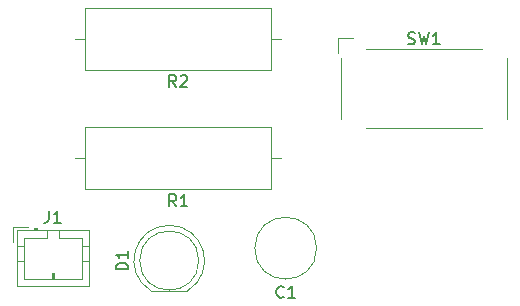
<source format=gbr>
%TF.GenerationSoftware,KiCad,Pcbnew,(6.0.10)*%
%TF.CreationDate,2023-03-03T00:15:28-08:00*%
%TF.ProjectId,ex 1,65782031-2e6b-4696-9361-645f70636258,rev?*%
%TF.SameCoordinates,Original*%
%TF.FileFunction,Legend,Top*%
%TF.FilePolarity,Positive*%
%FSLAX46Y46*%
G04 Gerber Fmt 4.6, Leading zero omitted, Abs format (unit mm)*
G04 Created by KiCad (PCBNEW (6.0.10)) date 2023-03-03 00:15:28*
%MOMM*%
%LPD*%
G01*
G04 APERTURE LIST*
%ADD10C,0.150000*%
%ADD11C,0.120000*%
G04 APERTURE END LIST*
D10*
%TO.C,R1*%
X136993333Y-92972380D02*
X136660000Y-92496190D01*
X136421904Y-92972380D02*
X136421904Y-91972380D01*
X136802857Y-91972380D01*
X136898095Y-92020000D01*
X136945714Y-92067619D01*
X136993333Y-92162857D01*
X136993333Y-92305714D01*
X136945714Y-92400952D01*
X136898095Y-92448571D01*
X136802857Y-92496190D01*
X136421904Y-92496190D01*
X137945714Y-92972380D02*
X137374285Y-92972380D01*
X137660000Y-92972380D02*
X137660000Y-91972380D01*
X137564761Y-92115238D01*
X137469523Y-92210476D01*
X137374285Y-92258095D01*
%TO.C,SW1*%
X156646666Y-79209761D02*
X156789523Y-79257380D01*
X157027619Y-79257380D01*
X157122857Y-79209761D01*
X157170476Y-79162142D01*
X157218095Y-79066904D01*
X157218095Y-78971666D01*
X157170476Y-78876428D01*
X157122857Y-78828809D01*
X157027619Y-78781190D01*
X156837142Y-78733571D01*
X156741904Y-78685952D01*
X156694285Y-78638333D01*
X156646666Y-78543095D01*
X156646666Y-78447857D01*
X156694285Y-78352619D01*
X156741904Y-78305000D01*
X156837142Y-78257380D01*
X157075238Y-78257380D01*
X157218095Y-78305000D01*
X157551428Y-78257380D02*
X157789523Y-79257380D01*
X157980000Y-78543095D01*
X158170476Y-79257380D01*
X158408571Y-78257380D01*
X159313333Y-79257380D02*
X158741904Y-79257380D01*
X159027619Y-79257380D02*
X159027619Y-78257380D01*
X158932380Y-78400238D01*
X158837142Y-78495476D01*
X158741904Y-78543095D01*
%TO.C,R2*%
X136993333Y-82852380D02*
X136660000Y-82376190D01*
X136421904Y-82852380D02*
X136421904Y-81852380D01*
X136802857Y-81852380D01*
X136898095Y-81900000D01*
X136945714Y-81947619D01*
X136993333Y-82042857D01*
X136993333Y-82185714D01*
X136945714Y-82280952D01*
X136898095Y-82328571D01*
X136802857Y-82376190D01*
X136421904Y-82376190D01*
X137374285Y-81947619D02*
X137421904Y-81900000D01*
X137517142Y-81852380D01*
X137755238Y-81852380D01*
X137850476Y-81900000D01*
X137898095Y-81947619D01*
X137945714Y-82042857D01*
X137945714Y-82138095D01*
X137898095Y-82280952D01*
X137326666Y-82852380D01*
X137945714Y-82852380D01*
%TO.C,D1*%
X132902046Y-98308111D02*
X131902046Y-98308111D01*
X131902046Y-98070016D01*
X131949666Y-97927158D01*
X132044904Y-97831920D01*
X132140142Y-97784301D01*
X132330618Y-97736682D01*
X132473475Y-97736682D01*
X132663951Y-97784301D01*
X132759189Y-97831920D01*
X132854427Y-97927158D01*
X132902046Y-98070016D01*
X132902046Y-98308111D01*
X132902046Y-96784301D02*
X132902046Y-97355730D01*
X132902046Y-97070016D02*
X131902046Y-97070016D01*
X132044904Y-97165254D01*
X132140142Y-97260492D01*
X132187761Y-97355730D01*
%TO.C,C1*%
X146103333Y-100627142D02*
X146055714Y-100674761D01*
X145912857Y-100722380D01*
X145817619Y-100722380D01*
X145674761Y-100674761D01*
X145579523Y-100579523D01*
X145531904Y-100484285D01*
X145484285Y-100293809D01*
X145484285Y-100150952D01*
X145531904Y-99960476D01*
X145579523Y-99865238D01*
X145674761Y-99770000D01*
X145817619Y-99722380D01*
X145912857Y-99722380D01*
X146055714Y-99770000D01*
X146103333Y-99817619D01*
X147055714Y-100722380D02*
X146484285Y-100722380D01*
X146770000Y-100722380D02*
X146770000Y-99722380D01*
X146674761Y-99865238D01*
X146579523Y-99960476D01*
X146484285Y-100008095D01*
%TO.C,J1*%
X126216666Y-93372380D02*
X126216666Y-94086666D01*
X126169047Y-94229523D01*
X126073809Y-94324761D01*
X125930952Y-94372380D01*
X125835714Y-94372380D01*
X127216666Y-94372380D02*
X126645238Y-94372380D01*
X126930952Y-94372380D02*
X126930952Y-93372380D01*
X126835714Y-93515238D01*
X126740476Y-93610476D01*
X126645238Y-93658095D01*
D11*
%TO.C,R1*%
X128440000Y-88900000D02*
X129290000Y-88900000D01*
X129290000Y-91520000D02*
X145030000Y-91520000D01*
X129290000Y-86280000D02*
X129290000Y-91520000D01*
X145880000Y-88900000D02*
X145030000Y-88900000D01*
X145030000Y-86280000D02*
X129290000Y-86280000D01*
X145030000Y-91520000D02*
X145030000Y-86280000D01*
%TO.C,SW1*%
X162930000Y-86355000D02*
X153030000Y-86355000D01*
X150680000Y-80005000D02*
X150680000Y-78705000D01*
X153030000Y-79655000D02*
X162930000Y-79655000D01*
X164980000Y-80405000D02*
X164980000Y-85605000D01*
X150680000Y-78705000D02*
X151980000Y-78705000D01*
X150980000Y-85605000D02*
X150980000Y-80405000D01*
%TO.C,R2*%
X129290000Y-81400000D02*
X145030000Y-81400000D01*
X145880000Y-78780000D02*
X145030000Y-78780000D01*
X129290000Y-76160000D02*
X129290000Y-81400000D01*
X145030000Y-81400000D02*
X145030000Y-76160000D01*
X128440000Y-78780000D02*
X129290000Y-78780000D01*
X145030000Y-76160000D02*
X129290000Y-76160000D01*
%TO.C,D1*%
X134864666Y-100130016D02*
X137954666Y-100130016D01*
X136410128Y-94580016D02*
G75*
G03*
X134864836Y-100130016I-462J-2990000D01*
G01*
X137954496Y-100130016D02*
G75*
G03*
X136409204Y-94580016I-1544830J2560000D01*
G01*
X138909666Y-97570016D02*
G75*
G03*
X138909666Y-97570016I-2500000J0D01*
G01*
%TO.C,C1*%
X148890000Y-96520000D02*
G75*
G03*
X148890000Y-96520000I-2620000J0D01*
G01*
%TO.C,J1*%
X126050000Y-95620000D02*
X124100000Y-95620000D01*
X123490000Y-95010000D02*
X123490000Y-99730000D01*
X126450000Y-99120000D02*
X126450000Y-98620000D01*
X126050000Y-95010000D02*
X126050000Y-95620000D01*
X129000000Y-95620000D02*
X127050000Y-95620000D01*
X123190000Y-94710000D02*
X123190000Y-95960000D01*
X126550000Y-99120000D02*
X126550000Y-98620000D01*
X125250000Y-95010000D02*
X125250000Y-94810000D01*
X129000000Y-99120000D02*
X129000000Y-95620000D01*
X123490000Y-99730000D02*
X129610000Y-99730000D01*
X129610000Y-97620000D02*
X129000000Y-97620000D01*
X124950000Y-94810000D02*
X124950000Y-95010000D01*
X123490000Y-97620000D02*
X124100000Y-97620000D01*
X125250000Y-94810000D02*
X124950000Y-94810000D01*
X124440000Y-94710000D02*
X123190000Y-94710000D01*
X127050000Y-95620000D02*
X127050000Y-95010000D01*
X129610000Y-99730000D02*
X129610000Y-95010000D01*
X125250000Y-94910000D02*
X124950000Y-94910000D01*
X129610000Y-95010000D02*
X123490000Y-95010000D01*
X126450000Y-98620000D02*
X126650000Y-98620000D01*
X124100000Y-99120000D02*
X129000000Y-99120000D01*
X124100000Y-95620000D02*
X124100000Y-99120000D01*
X129610000Y-96320000D02*
X129000000Y-96320000D01*
X126650000Y-98620000D02*
X126650000Y-99120000D01*
X123490000Y-96320000D02*
X124100000Y-96320000D01*
%TD*%
M02*

</source>
